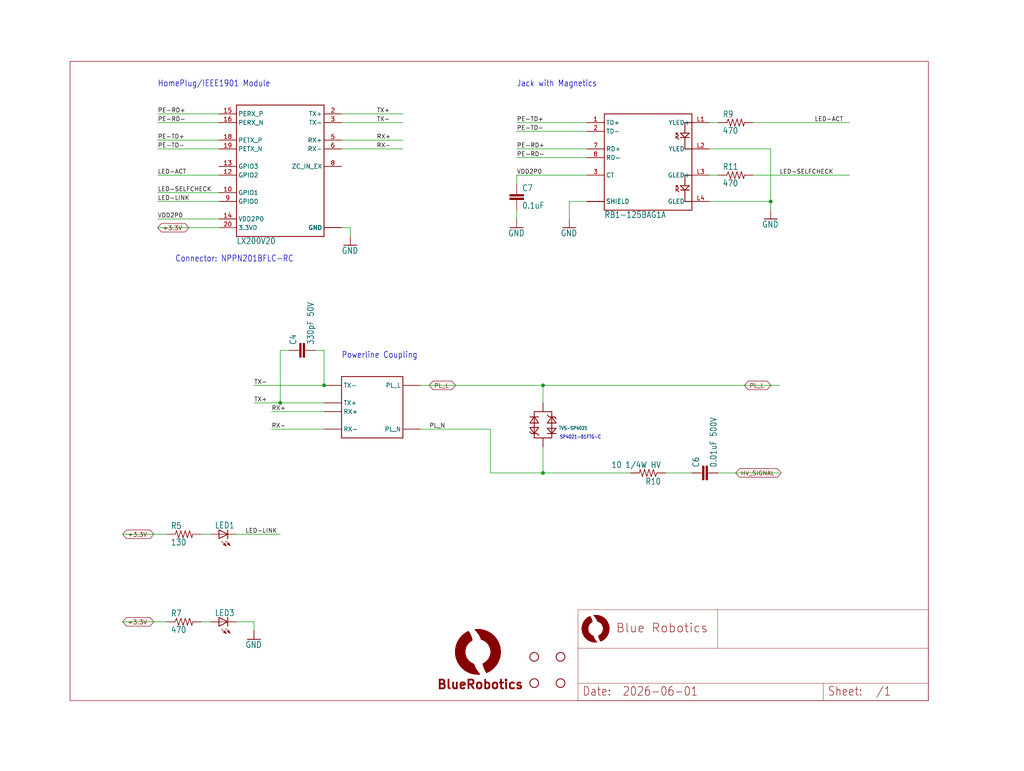
<source format=kicad_sch>
(kicad_sch (version 20231120) (generator "eeschema") (generator_version "8.0")
  (paper "User" 297.002 223.596)
  (lib_symbols
    (symbol "Fathom-X-eagle-import:C-EUC0603"
      (property "Reference" "C" (at 1.524 0.381 0))
      (symbol "C-EUC0603_1_0"
        (pin passive line (at 0 2.54 270) (length 2.54) (name "1") (number "1"))
        (pin passive line (at 0 -5.08 90) (length 2.54) (name "2") (number "2"))
      )
    )
    (symbol "Fathom-X-eagle-import:C-EUC0805"
      (property "Reference" "C" (at 1.524 0.381 0))
      (symbol "C-EUC0805_1_0"
        (pin passive line (at 0 2.54 270) (length 2.54) (name "1") (number "1"))
        (pin passive line (at 0 -5.08 90) (length 2.54) (name "2") (number "2"))
      )
    )
    (symbol "Fathom-X-eagle-import:C-EUC1206"
      (property "Reference" "C" (at 1.524 0.381 0))
      (symbol "C-EUC1206_1_0"
        (pin passive line (at 0 2.54 270) (length 2.54) (name "1") (number "1"))
        (pin passive line (at 0 -5.08 90) (length 2.54) (name "2") (number "2"))
      )
    )
    (symbol "Fathom-X-eagle-import:FRAME-BLUEROBOTICS"
      (symbol "FRAME-BLUEROBOTICS_2_0"
        (text "${#}/${##}" (at 86.3549 1.2496 0) (effects (font (size 2.54 2.159)) (justify left bottom)))
        (text "${CURRENT_DATE}" (at 12.8727 1.2496 0) (effects (font (size 2.54 2.159)) (justify left bottom)))
        (text "${PROJECTNAME}" (at 1.7729 10.6476 0) (effects (font (size 2.54 2.159)) (justify left bottom)))
        (text "Blue Robotics" (at 10.9423 19.6138 0) (effects (font (size 2.54 2.54)) (justify left bottom)))
        (text "Date:" (at 1.2649 1.2496 0) (effects (font (size 2.54 2.159)) (justify left bottom)))
        (text "Sheet:" (at 72.3849 1.2496 0) (effects (font (size 2.54 2.159)) (justify left bottom)))
      )
    )
    (symbol "Fathom-X-eagle-import:GND" (power)
      (symbol "GND_1_0"
        (pin power_in line (at 0 2.54 270) (length 2.54) (name "GND") (number "1"))
      )
    )
    (symbol "Fathom-X-eagle-import:LEDCHIPLED_0603"
      (property "Reference" "LED" (at 3.556 -4.572 90))
      (symbol "LEDCHIPLED_0603_1_0"
        (pin passive line (at 0 2.54 270) (length 2.54) (name "A") (number "A"))
        (pin passive line (at 0 -5.08 90) (length 2.54) (name "C") (number "C"))
      )
    )
    (symbol "Fathom-X-eagle-import:LOGOBR-LOGO-MS-COPPER"
      (symbol "LOGOBR-LOGO-MS-COPPER_1_0"
        (text "BlueRobotics" (at -5.4864 -4.3942 0) (effects (font (size 2.54 2.54) (thickness 0.508) (bold yes)) (justify left bottom)))
      )
    )
    (symbol "Fathom-X-eagle-import:LX200V20"
      (symbol "LX200V20_1_0"
        (pin bidirectional line (at 17.78 -15.24 180) (length 5.08) (name "GND") (number "1"))
        (pin bidirectional line (at -17.78 -5.08 0) (length 5.08) (name "GPIO1") (number "10"))
        (pin bidirectional line (at 17.78 -15.24 180) (length 5.08) (name "GND") (number "11"))
        (pin bidirectional line (at -17.78 0 0) (length 5.08) (name "GPIO2") (number "12"))
        (pin bidirectional line (at -17.78 2.54 0) (length 5.08) (name "GPIO3") (number "13"))
        (pin bidirectional line (at -17.78 -12.7 0) (length 5.08) (name "VDD2P0") (number "14"))
        (pin bidirectional line (at -17.78 17.78 0) (length 5.08) (name "PERX_P") (number "15"))
        (pin bidirectional line (at -17.78 15.24 0) (length 5.08) (name "PERX_N") (number "16"))
        (pin bidirectional line (at 17.78 -15.24 180) (length 5.08) (name "GND") (number "17"))
        (pin bidirectional line (at -17.78 10.16 0) (length 5.08) (name "PETX_P") (number "18"))
        (pin bidirectional line (at -17.78 7.62 0) (length 5.08) (name "PETX_N") (number "19"))
        (pin bidirectional line (at 17.78 17.78 180) (length 5.08) (name "TX+") (number "2"))
        (pin bidirectional line (at -17.78 -15.24 0) (length 5.08) (name "3.3VD") (number "20"))
        (pin bidirectional line (at 17.78 15.24 180) (length 5.08) (name "TX-") (number "3"))
        (pin bidirectional line (at 17.78 -15.24 180) (length 5.08) (name "GND") (number "4"))
        (pin bidirectional line (at 17.78 10.16 180) (length 5.08) (name "RX+") (number "5"))
        (pin bidirectional line (at 17.78 7.62 180) (length 5.08) (name "RX-") (number "6"))
        (pin bidirectional line (at 17.78 -15.24 180) (length 5.08) (name "GND") (number "7"))
        (pin bidirectional line (at 17.78 2.54 180) (length 5.08) (name "ZC_IN_EX") (number "8"))
        (pin bidirectional line (at -17.78 -7.62 0) (length 5.08) (name "GPIO0") (number "9"))
      )
    )
    (symbol "Fathom-X-eagle-import:R-US_R0603"
      (property "Reference" "R" (at -3.81 1.4986 0))
      (symbol "R-US_R0603_1_0"
        (pin passive line (at -5.08 0 0) (length 2.54) (name "1") (number "1"))
        (pin passive line (at 5.08 0 180) (length 2.54) (name "2") (number "2"))
      )
    )
    (symbol "Fathom-X-eagle-import:R-US_R1206"
      (property "Reference" "R" (at -3.81 1.4986 0))
      (symbol "R-US_R1206_1_0"
        (pin passive line (at -5.08 0 0) (length 2.54) (name "1") (number "1"))
        (pin passive line (at 5.08 0 180) (length 2.54) (name "2") (number "2"))
      )
    )
    (symbol "Fathom-X-eagle-import:RJ45-MAG"
      (symbol "RJ45-MAG_1_0"
        (pin bidirectional line (at -17.78 10.16 0) (length 5.08) (name "TD+") (number "1"))
        (pin bidirectional line (at -17.78 7.62 0) (length 5.08) (name "TD-") (number "2"))
        (pin bidirectional line (at -17.78 -5.08 0) (length 5.08) (name "CT") (number "3"))
        (pin bidirectional line (at -17.78 2.54 0) (length 5.08) (name "RD+") (number "7"))
        (pin bidirectional line (at -17.78 0 0) (length 5.08) (name "RD-") (number "8"))
        (pin bidirectional line (at 17.78 10.16 180) (length 5.08) (name "YLED+") (number "L1"))
        (pin bidirectional line (at 17.78 2.54 180) (length 5.08) (name "YLED-") (number "L2"))
        (pin bidirectional line (at 17.78 -5.08 180) (length 5.08) (name "GLED+") (number "L3"))
        (pin bidirectional line (at 17.78 -12.7 180) (length 5.08) (name "GLED-") (number "L4"))
        (pin bidirectional line (at -17.78 -12.7 0) (length 5.08) (name "SHIELD") (number "SHIELD0"))
        (pin bidirectional line (at -17.78 -12.7 0) (length 5.08) (name "SHIELD") (number "SHIELD1"))
      )
    )
    (symbol "Fathom-X-eagle-import:STAND-OFF")
    (symbol "Fathom-X-eagle-import:TVS-SP4021"
      (symbol "TVS-SP4021_1_0"
        (pin bidirectional line (at 0 -2.54 90) (length 2.54) (name "P$1") (number "1"))
        (pin bidirectional line (at 0 10.16 270) (length 2.54) (name "P$2") (number "2"))
      )
    )
    (symbol "Fathom-X-eagle-import:UT11403S"
      (symbol "UT11403S_1_0"
        (pin bidirectional line (at 22.86 15.24 180) (length 5.08) (name "PL_L") (number "PL_L"))
        (pin bidirectional line (at 22.86 2.54 180) (length 5.08) (name "PL_N") (number "PL_N"))
        (pin bidirectional line (at -5.08 7.62 0) (length 5.08) (name "RX+") (number "RX+"))
        (pin bidirectional line (at -5.08 2.54 0) (length 5.08) (name "RX-") (number "RX-"))
        (pin bidirectional line (at -5.08 10.16 0) (length 5.08) (name "TX+") (number "TX+"))
        (pin bidirectional line (at -5.08 15.24 0) (length 5.08) (name "TX-") (number "TX-"))
      )
    )
  )
  (junction (at 93.98 111.76))
  (junction (at 157.48 137.16))
  (junction (at 157.48 111.76))
  (junction (at 81.28 116.84))
  (junction (at 223.52 58.42))
  (wire (pts (xy 99.06 43.18) (xy 116.84 43.18)) (stroke (width 0.1524)))
  (wire (pts (xy 58.42 154.94) (xy 60.96 154.94)) (stroke (width 0.1524)))
  (wire (pts (xy 157.48 137.16) (xy 182.88 137.16)) (stroke (width 0.1524)))
  (wire (pts (xy 81.28 154.94) (xy 68.58 154.94)) (stroke (width 0.1524)))
  (wire (pts (xy 63.5 55.88) (xy 45.72 55.88)) (stroke (width 0.1524)))
  (wire (pts (xy 63.5 35.56) (xy 45.72 35.56)) (stroke (width 0.1524)))
  (wire (pts (xy 142.24 124.46) (xy 142.24 137.16)) (stroke (width 0.1524)))
  (wire (pts (xy 68.58 180.34) (xy 73.66 180.34)) (stroke (width 0.1524)))
  (wire (pts (xy 73.66 180.34) (xy 73.66 182.88)) (stroke (width 0.1524)))
  (wire (pts (xy 121.92 111.76) (xy 157.48 111.76)) (stroke (width 0.1524)))
  (wire (pts (xy 170.18 45.72) (xy 149.86 45.72)) (stroke (width 0.1524)))
  (wire (pts (xy 142.24 137.16) (xy 157.48 137.16)) (stroke (width 0.1524)))
  (wire (pts (xy 165.1 58.42) (xy 165.1 63.5)) (stroke (width 0.1524)))
  (wire (pts (xy 81.28 101.6) (xy 81.28 116.84)) (stroke (width 0.1524)))
  (wire (pts (xy 205.74 35.56) (xy 208.28 35.56)) (stroke (width 0.1524)))
  (wire (pts (xy 101.6 66.04) (xy 101.6 68.58)) (stroke (width 0.1524)))
  (wire (pts (xy 63.5 33.02) (xy 45.72 33.02)) (stroke (width 0.1524)))
  (wire (pts (xy 63.5 66.04) (xy 45.72 66.04)) (stroke (width 0.1524)))
  (wire (pts (xy 149.86 60.96) (xy 149.86 63.5)) (stroke (width 0.1524)))
  (wire (pts (xy 48.26 180.34) (xy 35.56 180.34)) (stroke (width 0.1524)))
  (wire (pts (xy 193.04 137.16) (xy 200.66 137.16)) (stroke (width 0.1524)))
  (wire (pts (xy 63.5 58.42) (xy 45.72 58.42)) (stroke (width 0.1524)))
  (wire (pts (xy 157.48 116.84) (xy 157.48 111.76)) (stroke (width 0.1524)))
  (wire (pts (xy 99.06 35.56) (xy 116.84 35.56)) (stroke (width 0.1524)))
  (wire (pts (xy 81.28 116.84) (xy 73.66 116.84)) (stroke (width 0.1524)))
  (wire (pts (xy 63.5 50.8) (xy 45.72 50.8)) (stroke (width 0.1524)))
  (wire (pts (xy 63.5 40.64) (xy 45.72 40.64)) (stroke (width 0.1524)))
  (wire (pts (xy 93.98 119.38) (xy 78.74 119.38)) (stroke (width 0.1524)))
  (wire (pts (xy 170.18 38.1) (xy 149.86 38.1)) (stroke (width 0.1524)))
  (wire (pts (xy 223.52 43.18) (xy 223.52 58.42)) (stroke (width 0.1524)))
  (wire (pts (xy 93.98 116.84) (xy 81.28 116.84)) (stroke (width 0.1524)))
  (wire (pts (xy 205.74 50.8) (xy 208.28 50.8)) (stroke (width 0.1524)))
  (wire (pts (xy 223.52 58.42) (xy 223.52 60.96)) (stroke (width 0.1524)))
  (wire (pts (xy 157.48 111.76) (xy 226.06 111.76)) (stroke (width 0.1524)))
  (wire (pts (xy 170.18 43.18) (xy 149.86 43.18)) (stroke (width 0.1524)))
  (wire (pts (xy 170.18 35.56) (xy 149.86 35.56)) (stroke (width 0.1524)))
  (wire (pts (xy 218.44 35.56) (xy 246.38 35.56)) (stroke (width 0.1524)))
  (wire (pts (xy 91.44 101.6) (xy 93.98 101.6)) (stroke (width 0.1524)))
  (wire (pts (xy 208.28 137.16) (xy 226.06 137.16)) (stroke (width 0.1524)))
  (wire (pts (xy 83.82 101.6) (xy 81.28 101.6)) (stroke (width 0.1524)))
  (wire (pts (xy 170.18 50.8) (xy 149.86 50.8)) (stroke (width 0.1524)))
  (wire (pts (xy 218.44 50.8) (xy 246.38 50.8)) (stroke (width 0.1524)))
  (wire (pts (xy 48.26 154.94) (xy 35.56 154.94)) (stroke (width 0.1524)))
  (wire (pts (xy 63.5 63.5) (xy 45.72 63.5)) (stroke (width 0.1524)))
  (wire (pts (xy 58.42 180.34) (xy 60.96 180.34)) (stroke (width 0.1524)))
  (wire (pts (xy 99.06 66.04) (xy 101.6 66.04)) (stroke (width 0.1524)))
  (wire (pts (xy 93.98 124.46) (xy 78.74 124.46)) (stroke (width 0.1524)))
  (wire (pts (xy 121.92 124.46) (xy 142.24 124.46)) (stroke (width 0.1524)))
  (wire (pts (xy 99.06 33.02) (xy 116.84 33.02)) (stroke (width 0.1524)))
  (wire (pts (xy 205.74 43.18) (xy 223.52 43.18)) (stroke (width 0.1524)))
  (wire (pts (xy 149.86 50.8) (xy 149.86 53.34)) (stroke (width 0.1524)))
  (wire (pts (xy 170.18 58.42) (xy 165.1 58.42)) (stroke (width 0.1524)))
  (wire (pts (xy 63.5 43.18) (xy 45.72 43.18)) (stroke (width 0.1524)))
  (wire (pts (xy 157.48 129.54) (xy 157.48 137.16)) (stroke (width 0.1524)))
  (wire (pts (xy 93.98 111.76) (xy 73.66 111.76)) (stroke (width 0.1524)))
  (wire (pts (xy 93.98 101.6) (xy 93.98 111.76)) (stroke (width 0.1524)))
  (wire (pts (xy 99.06 40.64) (xy 116.84 40.64)) (stroke (width 0.1524)))
  (wire (pts (xy 205.74 58.42) (xy 223.52 58.42)) (stroke (width 0.1524)))
  (text "Connector: NPPN201BFLC-RC" (at 50.8 76.2 0) (effects (font (size 1.778 1.5113)) (justify left bottom)))
  (text "HomePlug/IEEE1901 Module" (at 45.72 25.4 0) (effects (font (size 1.778 1.5113)) (justify left bottom)))
  (text "SP4021-01FTG-C" (at 162.306 127.508 0) (effects (font (size 1.016 0.8636)) (justify left bottom)))
  (text "Powerline Coupling" (at 99.06 104.14 0) (effects (font (size 1.778 1.5113)) (justify left bottom)))
  (text "Jack with Magnetics" (at 149.86 25.4 0) (effects (font (size 1.778 1.5113)) (justify left bottom)))
  (label "PL_N" (at 124.46 124.46 0) (effects (font (size 1.2446 1.2446))))
  (label "VDD2P0" (at 45.72 63.5 0) (effects (font (size 1.2446 1.2446))))
  (label "RX+" (at 109.22 40.64 0) (effects (font (size 1.2446 1.2446))))
  (label "TX+" (at 73.66 116.84 0) (effects (font (size 1.2446 1.2446))))
  (label "PE-RD-" (at 45.72 35.56 0) (effects (font (size 1.2446 1.2446))))
  (label "TX+" (at 109.22 33.02 0) (effects (font (size 1.2446 1.2446))))
  (label "RX-" (at 78.74 124.46 0) (effects (font (size 1.2446 1.2446))))
  (label "PE-TD+" (at 45.72 40.64 0) (effects (font (size 1.2446 1.2446))))
  (label "PE-RD-" (at 149.86 45.72 0) (effects (font (size 1.2446 1.2446))))
  (label "TX-" (at 109.22 35.56 0) (effects (font (size 1.2446 1.2446))))
  (label "LED-LINK" (at 45.72 58.42 0) (effects (font (size 1.2446 1.2446))))
  (label "TX-" (at 73.66 111.76 0) (effects (font (size 1.2446 1.2446))))
  (label "LED-SELFCHECK" (at 45.72 55.88 0) (effects (font (size 1.2446 1.2446))))
  (label "PE-RD+" (at 149.86 43.18 0) (effects (font (size 1.2446 1.2446))))
  (label "RX-" (at 109.22 43.18 0) (effects (font (size 1.2446 1.2446))))
  (label "PE-TD-" (at 45.72 43.18 0) (effects (font (size 1.2446 1.2446))))
  (label "LED-LINK" (at 71.12 154.94 0) (effects (font (size 1.2446 1.2446))))
  (label "LED-ACT" (at 236.22 35.56 0) (effects (font (size 1.2446 1.2446))))
  (label "LED-ACT" (at 45.72 50.8 0) (effects (font (size 1.2446 1.2446))))
  (label "VDD2P0" (at 149.86 50.8 0) (effects (font (size 1.2446 1.2446))))
  (label "LED-SELFCHECK" (at 226.06 50.8 0) (effects (font (size 1.2446 1.2446))))
  (label "PE-RD+" (at 45.72 33.02 0) (effects (font (size 1.2446 1.2446))))
  (label "PE-TD-" (at 149.86 38.1 0) (effects (font (size 1.2446 1.2446))))
  (label "PE-TD+" (at 149.86 35.56 0) (effects (font (size 1.2446 1.2446))))
  (label "RX+" (at 78.74 119.38 0) (effects (font (size 1.2446 1.2446))))
  (global_label "PL_L" (shape bidirectional) (at 124.46 111.76 0) (effects (font (size 1.2446 1.2446))) (property "Intersheetrefs" "${INTERSHEET_REFS}" (effects (hide yes))))
  (global_label "+3.3V" (shape bidirectional) (at 35.56 154.94 0) (effects (font (size 1.2446 1.2446))) (property "Intersheetrefs" "${INTERSHEET_REFS}" (effects (hide yes))))
  (global_label "+3.3V" (shape bidirectional) (at 45.72 66.04 0) (effects (font (size 1.2446 1.2446))) (property "Intersheetrefs" "${INTERSHEET_REFS}" (effects (hide yes))))
  (global_label "+3.3V" (shape bidirectional) (at 35.56 180.34 0) (effects (font (size 1.2446 1.2446))) (property "Intersheetrefs" "${INTERSHEET_REFS}" (effects (hide yes))))
  (global_label "PL_L" (shape bidirectional) (at 215.9 111.76 0) (effects (font (size 1.2446 1.2446))) (property "Intersheetrefs" "${INTERSHEET_REFS}" (effects (hide yes))))
  (global_label "HV_SIGNAL" (shape bidirectional) (at 213.36 137.16 0) (effects (font (size 1.2446 1.2446))) (property "Intersheetrefs" "${INTERSHEET_REFS}" (effects (hide yes))))
  (symbol (lib_id "Fathom-X-eagle-import:C-EUC1206") (at 203.2 137.16 90) (unit 1)
    (property "Reference" "C6" (at 202.819 135.636 0) (effects (font (size 1.778 1.5113)) (justify left bottom)))
    (property "Value" "0.01uF 500V" (at 207.899 135.636 0) (effects (font (size 1.778 1.5113)) (justify left bottom)))
    (property "Footprint" "Fathom-X:C1206" (effects (hide yes)))
  )
  (symbol (lib_id "Fathom-X-eagle-import:STAND-OFF") (at 162.56 198.12 0) (unit 1)
    (property "Reference" "STANDOFF2" (effects (hide yes)))
    (property "Value" "STAND-OFF" (effects (hide yes)))
    (property "Footprint" "Fathom-X:STAND-OFF" (effects (hide yes)))
  )
  (symbol (lib_id "Fathom-X-eagle-import:LOGOBR-LOGO-MS-COPPER") (at 132.08 195.58 0) (unit 1)
    (property "Reference" "U$6" (effects (hide yes)))
    (property "Value" "LOGOBR-LOGO-MS-COPPER" (effects (hide yes)))
    (property "Footprint" "Fathom-X:BR-LOGO-MEDIUM-SMALL-COPPER" (effects (hide yes)))
  )
  (symbol (lib_id "Fathom-X-eagle-import:GND") (at 165.1 66.04 0) (unit 1)
    (property "Reference" "#GND10" (effects (hide yes)))
    (property "Value" "GND" (at 162.56 68.58 0) (effects (font (size 1.778 1.5113)) (justify left bottom)))
  )
  (symbol (lib_id "Fathom-X-eagle-import:STAND-OFF") (at 154.94 198.12 0) (unit 1)
    (property "Reference" "STANDOFF1" (effects (hide yes)))
    (property "Value" "STAND-OFF" (effects (hide yes)))
    (property "Footprint" "Fathom-X:STAND-OFF" (effects (hide yes)))
  )
  (symbol (lib_id "Fathom-X-eagle-import:R-US_R0603") (at 53.34 180.34 0) (unit 1)
    (property "Reference" "R7" (at 49.53 178.8414 0) (effects (font (size 1.778 1.5113)) (justify left bottom)))
    (property "Value" "470" (at 49.53 183.642 0) (effects (font (size 1.778 1.5113)) (justify left bottom)))
    (property "Footprint" "Fathom-X:R0603" (effects (hide yes)))
  )
  (symbol (lib_id "Fathom-X-eagle-import:FRAME-BLUEROBOTICS") (at 20.32 203.2 0) (unit 1)
    (property "Reference" "#FRAME1" (effects (hide yes)))
    (property "Value" "LX200V20, 8P8C-MAG, and PL Transformer" (effects (hide yes)))
  )
  (symbol (lib_id "Fathom-X-eagle-import:R-US_R0603") (at 213.36 50.8 0) (unit 1)
    (property "Reference" "R11" (at 209.55 49.3014 0) (effects (font (size 1.778 1.5113)) (justify left bottom)))
    (property "Value" "470" (at 209.55 54.102 0) (effects (font (size 1.778 1.5113)) (justify left bottom)))
    (property "Footprint" "Fathom-X:R0603" (effects (hide yes)))
  )
  (symbol (lib_id "Fathom-X-eagle-import:C-EUC0603") (at 149.86 55.88 0) (unit 1)
    (property "Reference" "C7" (at 151.384 55.499 0) (effects (font (size 1.778 1.5113)) (justify left bottom)))
    (property "Value" "0.1uF" (at 151.384 60.579 0) (effects (font (size 1.778 1.5113)) (justify left bottom)))
    (property "Footprint" "Fathom-X:C0603" (effects (hide yes)))
  )
  (symbol (lib_id "Fathom-X-eagle-import:STAND-OFF") (at 162.56 190.5 0) (unit 1)
    (property "Reference" "STANDOFF3" (effects (hide yes)))
    (property "Value" "STAND-OFF" (effects (hide yes)))
    (property "Footprint" "Fathom-X:STAND-OFF" (effects (hide yes)))
  )
  (symbol (lib_id "Fathom-X-eagle-import:RJ45-MAG") (at 187.96 45.72 0) (unit 1)
    (property "Reference" "U$10" (effects (hide yes)))
    (property "Value" "RB1-125BAG1A" (at 175.26 63.246 0) (effects (font (size 1.778 1.5113)) (justify left bottom)))
    (property "Footprint" "Fathom-X:RJ45-MAG-WIZNET" (effects (hide yes)))
  )
  (symbol (lib_id "Fathom-X-eagle-import:GND") (at 223.52 63.5 0) (unit 1)
    (property "Reference" "#GND11" (effects (hide yes)))
    (property "Value" "GND" (at 220.98 66.04 0) (effects (font (size 1.778 1.5113)) (justify left bottom)))
  )
  (symbol (lib_id "Fathom-X-eagle-import:GND") (at 149.86 66.04 0) (unit 1)
    (property "Reference" "#GND9" (effects (hide yes)))
    (property "Value" "GND" (at 147.32 68.58 0) (effects (font (size 1.778 1.5113)) (justify left bottom)))
  )
  (symbol (lib_id "Fathom-X-eagle-import:TVS-SP4021") (at 157.48 127 0) (unit 1)
    (property "Reference" "U$5" (effects (hide yes)))
    (property "Value" "TVS-SP4021" (at 162.052 124.714 0) (effects (font (size 1.016 0.8636)) (justify left bottom)))
    (property "Footprint" "Fathom-X:SOD323-BIDIRECTIONAL" (effects (hide yes)))
  )
  (symbol (lib_id "Fathom-X-eagle-import:LEDCHIPLED_0603") (at 63.5 180.34 90) (unit 1)
    (property "Reference" "LED3" (at 68.072 176.784 90) (effects (font (size 1.778 1.5113)) (justify left bottom)))
    (property "Value" "LEDCHIPLED_0603" (effects (hide yes)))
    (property "Footprint" "Fathom-X:CHIPLED_0603" (effects (hide yes)))
  )
  (symbol (lib_id "Fathom-X-eagle-import:GND") (at 101.6 71.12 0) (unit 1)
    (property "Reference" "#GND4" (effects (hide yes)))
    (property "Value" "GND" (at 99.06 73.66 0) (effects (font (size 1.778 1.5113)) (justify left bottom)))
  )
  (symbol (lib_id "Fathom-X-eagle-import:LX200V20") (at 81.28 50.8 0) (unit 1)
    (property "Reference" "U$1" (effects (hide yes)))
    (property "Value" "LX200V20" (at 68.58 70.866 0) (effects (font (size 1.778 1.5113)) (justify left bottom)))
    (property "Footprint" "Fathom-X:LX200V20" (effects (hide yes)))
  )
  (symbol (lib_id "Fathom-X-eagle-import:R-US_R0603") (at 213.36 35.56 0) (unit 1)
    (property "Reference" "R9" (at 209.55 34.0614 0) (effects (font (size 1.778 1.5113)) (justify left bottom)))
    (property "Value" "470" (at 209.55 38.862 0) (effects (font (size 1.778 1.5113)) (justify left bottom)))
    (property "Footprint" "Fathom-X:R0603" (effects (hide yes)))
  )
  (symbol (lib_id "Fathom-X-eagle-import:R-US_R1206") (at 187.96 137.16 180) (unit 1)
    (property "Reference" "R10" (at 191.77 138.6586 0) (effects (font (size 1.778 1.5113)) (justify left bottom)))
    (property "Value" "10 1/4W HV" (at 191.77 133.858 0) (effects (font (size 1.778 1.5113)) (justify left bottom)))
    (property "Footprint" "Fathom-X:R1206" (effects (hide yes)))
  )
  (symbol (lib_id "Fathom-X-eagle-import:R-US_R0603") (at 53.34 154.94 0) (unit 1)
    (property "Reference" "R5" (at 49.53 153.4414 0) (effects (font (size 1.778 1.5113)) (justify left bottom)))
    (property "Value" "130" (at 49.53 158.242 0) (effects (font (size 1.778 1.5113)) (justify left bottom)))
    (property "Footprint" "Fathom-X:R0603" (effects (hide yes)))
  )
  (symbol (lib_id "Fathom-X-eagle-import:STAND-OFF") (at 154.94 190.5 0) (unit 1)
    (property "Reference" "STANDOFF5" (effects (hide yes)))
    (property "Value" "STAND-OFF" (effects (hide yes)))
    (property "Footprint" "Fathom-X:STAND-OFF" (effects (hide yes)))
  )
  (symbol (lib_id "Fathom-X-eagle-import:UT11403S") (at 99.06 127 0) (unit 1)
    (property "Reference" "U$3" (effects (hide yes)))
    (property "Value" "UT11403S" (effects (hide yes)))
    (property "Footprint" "Fathom-X:UT11403S" (effects (hide yes)))
  )
  (symbol (lib_id "Fathom-X-eagle-import:C-EUC0805") (at 86.36 101.6 90) (unit 1)
    (property "Reference" "C4" (at 85.979 100.076 0) (effects (font (size 1.778 1.5113)) (justify left bottom)))
    (property "Value" "330pF 50V" (at 91.059 100.076 0) (effects (font (size 1.778 1.5113)) (justify left bottom)))
    (property "Footprint" "Fathom-X:C0805" (effects (hide yes)))
  )
  (symbol (lib_id "Fathom-X-eagle-import:FRAME-BLUEROBOTICS") (at 167.64 203.2 0) (unit 2)
    (property "Reference" "#FRAME1" (effects (hide yes)))
    (property "Value" "LX200V20, 8P8C-MAG, and PL Transformer" (effects (hide yes)))
  )
  (symbol (lib_id "Fathom-X-eagle-import:LEDCHIPLED_0603") (at 63.5 154.94 90) (unit 1)
    (property "Reference" "LED1" (at 68.072 151.384 90) (effects (font (size 1.778 1.5113)) (justify left bottom)))
    (property "Value" "LEDCHIPLED_0603" (effects (hide yes)))
    (property "Footprint" "Fathom-X:CHIPLED_0603" (effects (hide yes)))
  )
  (symbol (lib_id "Fathom-X-eagle-import:GND") (at 73.66 185.42 0) (unit 1)
    (property "Reference" "#GND5" (effects (hide yes)))
    (property "Value" "GND" (at 71.12 187.96 0) (effects (font (size 1.778 1.5113)) (justify left bottom)))
  )
)
</source>
